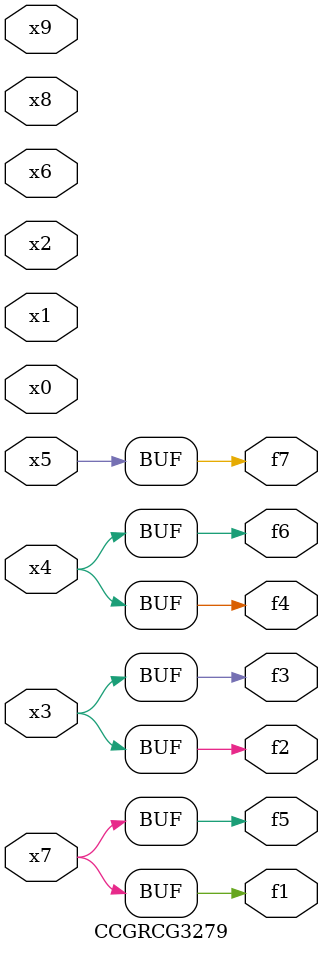
<source format=v>
module CCGRCG3279(
	input x0, x1, x2, x3, x4, x5, x6, x7, x8, x9,
	output f1, f2, f3, f4, f5, f6, f7
);
	assign f1 = x7;
	assign f2 = x3;
	assign f3 = x3;
	assign f4 = x4;
	assign f5 = x7;
	assign f6 = x4;
	assign f7 = x5;
endmodule

</source>
